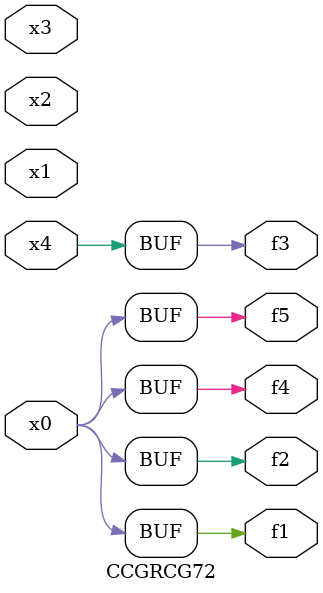
<source format=v>
module CCGRCG72(
	input x0, x1, x2, x3, x4,
	output f1, f2, f3, f4, f5
);
	assign f1 = x0;
	assign f2 = x0;
	assign f3 = x4;
	assign f4 = x0;
	assign f5 = x0;
endmodule

</source>
